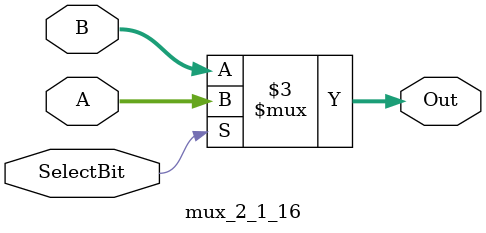
<source format=sv>
module mux_2_1_16 #(parameter N = 16) (input logic  [N-1:0] A, B,
											      input logic  		   SelectBit,
													output logic [N-1:0] Out );

always_comb
	begin
		
		if(SelectBit) begin
			Out = A; end
		
		else begin
			Out = B; end
		
	end

endmodule

</source>
